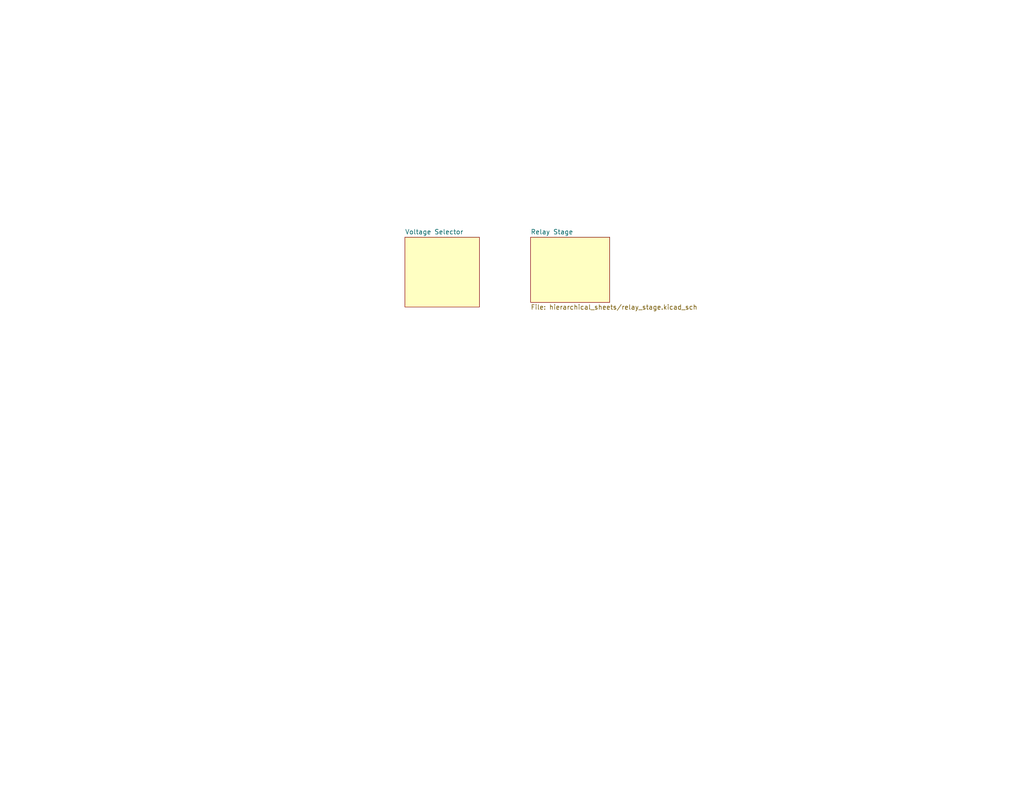
<source format=kicad_sch>
(kicad_sch (version 20230121) (generator eeschema)
  (paper "USLetter")
  (title_block (title "Digital Output Module ") (date "2023-03-28") (rev "1") (company "Missouri S&T Rocket Design Team") (comment 1 "Seth Sievers"))
  (lib_symbols)
  (sheet (at 144.78 64.77) (size 21.59 17.78) (stroke (width 0.1524)) (fill (color 255 255 194 1.0000))
    (property "Sheetname" "Relay Stage" (at 144.78 64.0584 0) (effects (justify left bottom)))
    (property "Sheetfile" "hierarchical_sheets/relay_stage.kicad_sch" (at 144.78 83.1346 0) (effects (justify left top)))
  )
  (sheet (at 110.49 64.77) (size 20.32 19.05) (stroke (width 0.1524)) (fill (color 255 255 194 1.0000))
    (property "Sheetname" "Voltage Selector" (at 110.49 64.0584 0) (effects (justify left bottom)))
    (property "Sheetfile" "hierarchical_sheets/voltage_selector.kicad_sch" (effects hide))
  )
)
</source>
